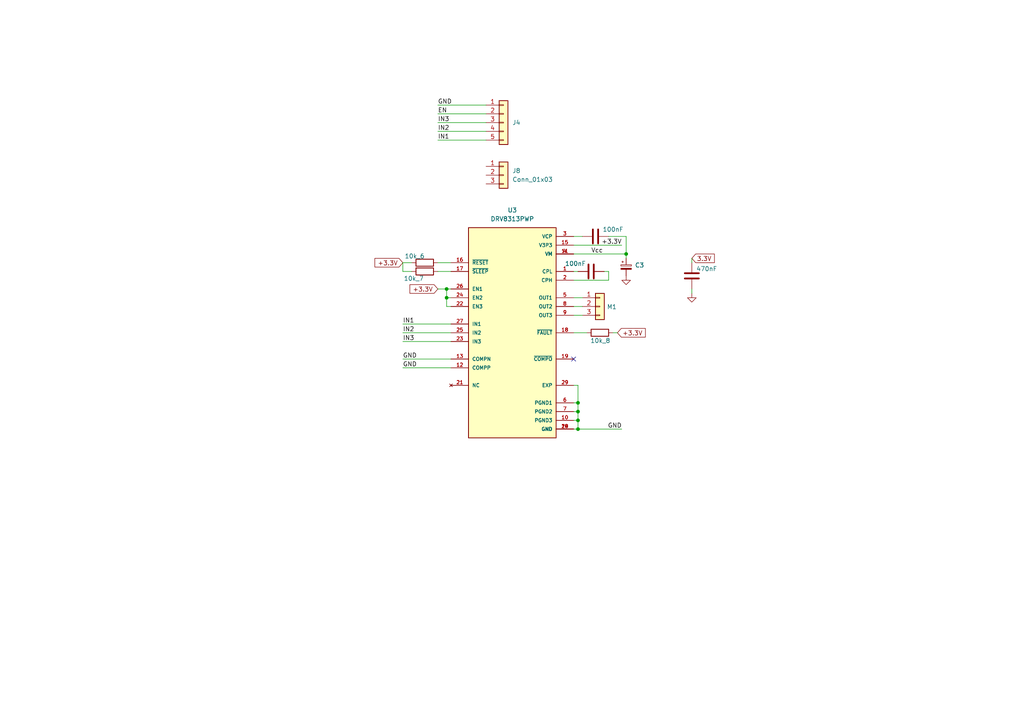
<source format=kicad_sch>
(kicad_sch (version 20231120) (generator "eeschema") (generator_version "8.0")
  (paper "A4")
  (lib_symbols
    (symbol "Connector_Generic:Conn_01x03" (pin_names (offset 1.016) hide)
      (property "Reference" "J" (at 0 5.08 0))
      (property "Value" "Conn_01x03" (at 0 -5.08 0))
      (symbol "Conn_01x03_1_1"
        (rectangle (start -1.27 -2.413) (end 0 -2.667) (stroke (width 0.1524)))
        (rectangle (start -1.27 0.127) (end 0 -0.127) (stroke (width 0.1524)))
        (rectangle (start -1.27 2.667) (end 0 2.413) (stroke (width 0.1524)))
        (rectangle (start -1.27 3.81) (end 1.27 -3.81) (stroke (width 0.254)) (fill (type background)))
        (pin passive line (at -5.08 2.54 0) (length 3.81) (name "Pin_1") (number "1"))
        (pin passive line (at -5.08 0 0) (length 3.81) (name "Pin_2") (number "2"))
        (pin passive line (at -5.08 -2.54 0) (length 3.81) (name "Pin_3") (number "3"))
      )
    )
    (symbol "Connector_Generic:Conn_01x05" (pin_names (offset 1.016) hide)
      (property "Reference" "J" (at 0 7.62 0))
      (property "Value" "Conn_01x05" (at 0 -7.62 0))
      (symbol "Conn_01x05_1_1"
        (rectangle (start -1.27 -4.953) (end 0 -5.207) (stroke (width 0.1524)))
        (rectangle (start -1.27 -2.413) (end 0 -2.667) (stroke (width 0.1524)))
        (rectangle (start -1.27 0.127) (end 0 -0.127) (stroke (width 0.1524)))
        (rectangle (start -1.27 2.667) (end 0 2.413) (stroke (width 0.1524)))
        (rectangle (start -1.27 5.207) (end 0 4.953) (stroke (width 0.1524)))
        (rectangle (start -1.27 6.35) (end 1.27 -6.35) (stroke (width 0.254)) (fill (type background)))
        (pin passive line (at -5.08 5.08 0) (length 3.81) (name "Pin_1") (number "1"))
        (pin passive line (at -5.08 2.54 0) (length 3.81) (name "Pin_2") (number "2"))
        (pin passive line (at -5.08 0 0) (length 3.81) (name "Pin_3") (number "3"))
        (pin passive line (at -5.08 -2.54 0) (length 3.81) (name "Pin_4") (number "4"))
        (pin passive line (at -5.08 -5.08 0) (length 3.81) (name "Pin_5") (number "5"))
      )
    )
    (symbol "DRV8313PWP:DRV8313PWP" (pin_names (offset 1.016))
      (property "Reference" "U" (at -12.7 31.48 0))
      (property "Value" "DRV8313PWP" (at -12.7 -33.02 0))
      (symbol "DRV8313PWP_0_0"
        (rectangle (start -12.7 -30.48) (end 12.7 30.48) (stroke (width 0.254)) (fill (type background)))
        (pin power_in line (at 17.78 17.78 180) (length 5.08) (name "CPL") (number "1"))
        (pin power_in line (at 17.78 -25.4 180) (length 5.08) (name "PGND3") (number "10"))
        (pin power_in line (at 17.78 22.86 180) (length 5.08) (name "VM") (number "11"))
        (pin input line (at -17.78 -10.16 0) (length 5.08) (name "COMPP") (number "12"))
        (pin input line (at -17.78 -7.62 0) (length 5.08) (name "COMPN") (number "13"))
        (pin power_in line (at 17.78 -27.94 180) (length 5.08) (name "GND") (number "14"))
        (pin power_in line (at 17.78 25.4 180) (length 5.08) (name "V3P3") (number "15"))
        (pin input line (at -17.78 20.32 0) (length 5.08) (name "~{RESET}") (number "16"))
        (pin input line (at -17.78 17.78 0) (length 5.08) (name "~{SLEEP}") (number "17"))
        (pin output line (at 17.78 0 180) (length 5.08) (name "~{FAULT}") (number "18"))
        (pin output line (at 17.78 -7.62 180) (length 5.08) (name "~{COMPO}") (number "19"))
        (pin power_in line (at 17.78 15.24 180) (length 5.08) (name "CPH") (number "2"))
        (pin power_in line (at 17.78 -27.94 180) (length 5.08) (name "GND") (number "20"))
        (pin no_connect line (at -17.78 -15.24 0) (length 5.08) (name "NC") (number "21"))
        (pin input line (at -17.78 7.62 0) (length 5.08) (name "EN3") (number "22"))
        (pin input line (at -17.78 -2.54 0) (length 5.08) (name "IN3") (number "23"))
        (pin input line (at -17.78 10.16 0) (length 5.08) (name "EN2") (number "24"))
        (pin input line (at -17.78 0 0) (length 5.08) (name "IN2") (number "25"))
        (pin input line (at -17.78 12.7 0) (length 5.08) (name "EN1") (number "26"))
        (pin input line (at -17.78 2.54 0) (length 5.08) (name "IN1") (number "27"))
        (pin power_in line (at 17.78 -27.94 180) (length 5.08) (name "GND") (number "28"))
        (pin power_in line (at 17.78 -15.24 180) (length 5.08) (name "EXP") (number "29"))
        (pin power_in line (at 17.78 27.94 180) (length 5.08) (name "VCP") (number "3"))
        (pin power_in line (at 17.78 22.86 180) (length 5.08) (name "VM") (number "4"))
        (pin output line (at 17.78 10.16 180) (length 5.08) (name "OUT1") (number "5"))
        (pin power_in line (at 17.78 -20.32 180) (length 5.08) (name "PGND1") (number "6"))
        (pin power_in line (at 17.78 -22.86 180) (length 5.08) (name "PGND2") (number "7"))
        (pin output line (at 17.78 7.62 180) (length 5.08) (name "OUT2") (number "8"))
        (pin output line (at 17.78 5.08 180) (length 5.08) (name "OUT3") (number "9"))
      )
    )
    (symbol "Device:C" (pin_numbers hide) (pin_names (offset 0.254))
      (property "Reference" "C" (at 0.635 2.54 0))
      (property "Value" "C" (at 0.635 -2.54 0))
      (symbol "C_0_1"
        (polyline (pts (xy -2.032 -0.762) (xy 2.032 -0.762)) (stroke (width 0.508)))
        (polyline (pts (xy -2.032 0.762) (xy 2.032 0.762)) (stroke (width 0.508)))
      )
      (symbol "C_1_1"
        (pin passive line (at 0 3.81 270) (length 2.794) (name "~") (number "1"))
        (pin passive line (at 0 -3.81 90) (length 2.794) (name "~") (number "2"))
      )
    )
    (symbol "Device:C_Polarized_Small" (pin_numbers hide) (pin_names (offset 0.254) hide)
      (property "Reference" "C" (at 0.254 1.778 0))
      (property "Value" "C_Polarized_Small" (at 0.254 -2.032 0))
      (symbol "C_Polarized_Small_0_1"
        (rectangle (start -1.524 -0.3048) (end 1.524 -0.6858) (fill (type outline)))
        (rectangle (start -1.524 0.6858) (end 1.524 0.3048))
        (polyline (pts (xy -1.27 1.524) (xy -0.762 1.524)))
        (polyline (pts (xy -1.016 1.27) (xy -1.016 1.778)))
      )
      (symbol "C_Polarized_Small_1_1"
        (pin passive line (at 0 2.54 270) (length 1.8542) (name "~") (number "1"))
        (pin passive line (at 0 -2.54 90) (length 1.8542) (name "~") (number "2"))
      )
    )
    (symbol "Device:R" (pin_numbers hide) (pin_names (offset 0))
      (property "Reference" "R" (at 2.032 0 90))
      (property "Value" "R" (at 0 0 90))
      (symbol "R_0_1"
        (rectangle (start -1.016 -2.54) (end 1.016 2.54) (stroke (width 0.254)))
      )
      (symbol "R_1_1"
        (pin passive line (at 0 3.81 270) (length 1.27) (name "~") (number "1"))
        (pin passive line (at 0 -3.81 90) (length 1.27) (name "~") (number "2"))
      )
    )
    (symbol "two_motor_driver-rescue:GND-power" (power) (pin_names (offset 0))
      (property "Value" "power_GND" (at 0 -3.81 0))
      (symbol "GND-power_0_1"
        (polyline (pts (xy 0 0) (xy 0 -1.27) (xy 1.27 -1.27) (xy 0 -2.54) (xy -1.27 -1.27) (xy 0 -1.27)))
      )
      (symbol "GND-power_1_1"
        (pin power_in line (at 0 0 270) (length 0) hide (name "GND") (number "1"))
      )
    )
  )
  (junction (at 167.64 116.84))
  (junction (at 167.64 119.38))
  (junction (at 167.64 124.46))
  (junction (at 129.54 86.36))
  (junction (at 181.61 73.66))
  (junction (at 167.64 121.92))
  (junction (at 129.54 83.82))
  (no_connect (at 166.37 104.14))
  (wire (pts (xy 116.84 93.98) (xy 130.81 93.98)))
  (wire (pts (xy 116.84 78.74) (xy 116.84 76.2)))
  (wire (pts (xy 129.54 83.82) (xy 129.54 86.36)))
  (wire (pts (xy 166.37 111.76) (xy 167.64 111.76)))
  (wire (pts (xy 167.64 121.92) (xy 167.64 124.46)))
  (wire (pts (xy 166.37 116.84) (xy 167.64 116.84)))
  (wire (pts (xy 127 33.02) (xy 140.97 33.02)))
  (wire (pts (xy 176.53 81.28) (xy 166.37 81.28)))
  (wire (pts (xy 129.54 86.36) (xy 130.81 86.36)))
  (wire (pts (xy 167.64 124.46) (xy 166.37 124.46)))
  (wire (pts (xy 180.34 124.46) (xy 167.64 124.46)))
  (wire (pts (xy 127 38.1) (xy 140.97 38.1)))
  (wire (pts (xy 175.26 78.74) (xy 176.53 78.74)))
  (wire (pts (xy 167.64 121.92) (xy 167.64 119.38)))
  (wire (pts (xy 167.64 111.76) (xy 167.64 116.84)))
  (wire (pts (xy 166.37 86.36) (xy 168.91 86.36)))
  (wire (pts (xy 167.64 116.84) (xy 167.64 119.38)))
  (wire (pts (xy 200.66 76.2) (xy 200.66 74.93)))
  (wire (pts (xy 166.37 78.74) (xy 167.64 78.74)))
  (wire (pts (xy 127 83.82) (xy 129.54 83.82)))
  (wire (pts (xy 116.84 96.52) (xy 130.81 96.52)))
  (wire (pts (xy 116.84 104.14) (xy 130.81 104.14)))
  (wire (pts (xy 119.38 78.74) (xy 116.84 78.74)))
  (wire (pts (xy 166.37 73.66) (xy 181.61 73.66)))
  (wire (pts (xy 181.61 68.58) (xy 181.61 73.66)))
  (wire (pts (xy 116.84 76.2) (xy 119.38 76.2)))
  (wire (pts (xy 166.37 91.44) (xy 168.91 91.44)))
  (wire (pts (xy 180.34 71.12) (xy 166.37 71.12)))
  (wire (pts (xy 176.53 78.74) (xy 176.53 81.28)))
  (wire (pts (xy 127 76.2) (xy 130.81 76.2)))
  (wire (pts (xy 166.37 68.58) (xy 168.91 68.58)))
  (wire (pts (xy 166.37 88.9) (xy 168.91 88.9)))
  (wire (pts (xy 167.64 119.38) (xy 166.37 119.38)))
  (wire (pts (xy 170.18 96.52) (xy 166.37 96.52)))
  (wire (pts (xy 127 35.56) (xy 140.97 35.56)))
  (wire (pts (xy 176.53 68.58) (xy 181.61 68.58)))
  (wire (pts (xy 127 30.48) (xy 140.97 30.48)))
  (wire (pts (xy 177.8 96.52) (xy 179.07 96.52)))
  (wire (pts (xy 127 78.74) (xy 130.81 78.74)))
  (wire (pts (xy 200.66 85.09) (xy 200.66 83.82)))
  (wire (pts (xy 130.81 88.9) (xy 129.54 88.9)))
  (wire (pts (xy 129.54 88.9) (xy 129.54 86.36)))
  (wire (pts (xy 181.61 73.66) (xy 181.61 74.93)))
  (wire (pts (xy 127 40.64) (xy 140.97 40.64)))
  (wire (pts (xy 166.37 121.92) (xy 167.64 121.92)))
  (wire (pts (xy 116.84 106.68) (xy 130.81 106.68)))
  (wire (pts (xy 130.81 83.82) (xy 129.54 83.82)))
  (wire (pts (xy 116.84 99.06) (xy 130.81 99.06)))
  (label "+3.3V" (at 180.34 71.12 180))
  (label "IN2" (at 116.84 96.52 0))
  (label "GND" (at 180.34 124.46 180))
  (label "IN1" (at 116.84 93.98 0))
  (label "EN" (at 127 33.02 0))
  (label "Vcc" (at 171.45 73.66 0))
  (label "GND" (at 127 30.48 0))
  (label "GND" (at 116.84 106.68 0))
  (label "IN1" (at 127 40.64 0))
  (label "IN3" (at 116.84 99.06 0))
  (label "GND" (at 116.84 104.14 0))
  (label "IN3" (at 127 35.56 0))
  (label "IN2" (at 127 38.1 0))
  (global_label "+3.3V" (shape input) (at 116.84 76.2 180) (property "Intersheetrefs" "${INTERSHEET_REFS}" (effects (hide yes))))
  (global_label "+3.3V" (shape input) (at 179.07 96.52 0) (property "Intersheetrefs" "${INTERSHEET_REFS}" (effects (hide yes))))
  (global_label "3.3V" (shape input) (at 200.66 74.93 0) (property "Intersheetrefs" "${INTERSHEET_REFS}" (effects (hide yes))))
  (global_label "+3.3V" (shape input) (at 127 83.82 180) (property "Intersheetrefs" "${INTERSHEET_REFS}" (effects (hide yes))))
  (symbol (lib_id "DRV8313PWP:DRV8313PWP") (at 148.59 96.52 0) (unit 1)
    (property "Reference" "U3" (at 148.59 60.96 0))
    (property "Value" "DRV8313PWP" (at 148.59 63.5 0))
    (property "Footprint" "DRV8313PWP:SOP65P640X120-29N" (effects (hide yes)))
    (property "MF" "Texas Instruments" (effects (hide yes)))
    (property "SNAPEDA_PACKAGE_ID" "102627" (effects (hide yes)))
    (property "Package" "HTSSOP-28 Texas Instruments" (effects (hide yes)))
    (property "Price" "None" (effects (hide yes)))
    (property "Check_prices" "https://www.snapeda.com/parts/DRV8313PWP/Texas+Instruments/view-part/?ref=eda" (effects (hide yes)))
    (property "STANDARD" "Manufacturer Recommendations" (effects (hide yes)))
    (property "PARTREV" "D" (effects (hide yes)))
    (property "SnapEDA_Link" "https://www.snapeda.com/parts/DRV8313PWP/Texas+Instruments/view-part/?ref=snap" (effects (hide yes)))
    (property "MP" "DRV8313PWP" (effects (hide yes)))
    (property "Description_1" "\n                        \n                            65-V max 3-A peak 3-phase motor driver with integrated FETs\n                        \n" (effects (hide yes)))
    (property "MANUFACTURER" "Texas Instruments" (effects (hide yes)))
    (property "Availability" "In Stock" (effects (hide yes)))
    (property "MAXIMUM_PACKAGE_HEIGHT" "1.2 mm" (effects (hide yes)))
  )
  (symbol (lib_id "Device:C") (at 200.66 80.01 180) (unit 1)
    (property "Reference" "C6" (effects (hide yes)))
    (property "Value" "470nF" (at 208.026 77.978 0) (effects (justify left)))
    (property "Footprint" "Capacitor_SMD:C_0805_2012Metric" (effects (hide yes)))
    (property "Datasheet" "https://www.mouser.com/ProductDetail/TDK/C2012X7R2A104K125AA?qs=NRhsANhppD9J0ZsT2%2Fo%2F7Q%3D%3D" (effects (hide yes)))
    (property "P/N" "810-C2012X7R2A104K" (effects (hide yes)))
    (property "Group#" "5" (effects (hide yes)))
  )
  (symbol (lib_id "Device:C") (at 172.72 68.58 90) (unit 1)
    (property "Reference" "C5" (effects (hide yes)))
    (property "Value" "100nF" (at 180.848 66.548 90) (effects (justify left)))
    (property "Footprint" "Capacitor_SMD:C_0805_2012Metric" (effects (hide yes)))
    (property "Datasheet" "https://www.mouser.com/ProductDetail/TDK/C2012X7R2A104K125AA?qs=NRhsANhppD9J0ZsT2%2Fo%2F7Q%3D%3D" (effects (hide yes)))
    (property "P/N" "810-C2012X7R2A104K" (effects (hide yes)))
    (property "Group#" "5" (effects (hide yes)))
  )
  (symbol (lib_id "Connector_Generic:Conn_01x05") (at 146.05 35.56 0) (unit 1)
    (property "Reference" "J4" (at 148.59 35.5599 0) (effects (justify left)))
    (property "Value" "Conn_01x05" (effects (hide yes)))
    (property "Description" "Generic connector, single row, 01x05, script generated (kicad-library-utils/schlib/autogen/connector/)" (effects (hide yes)))
  )
  (symbol (lib_id "two_motor_driver-rescue:GND-power") (at 181.61 80.01 0) (mirror y) (unit 1)
    (property "Reference" "#PWR05" (effects (hide yes)))
    (property "Value" "GND" (effects (hide yes)))
  )
  (symbol (lib_id "Device:C") (at 171.45 78.74 90) (unit 1)
    (property "Reference" "C4" (effects (hide yes)))
    (property "Value" "100nF" (at 169.926 76.454 90) (effects (justify left)))
    (property "Footprint" "Capacitor_SMD:C_0805_2012Metric" (effects (hide yes)))
    (property "Datasheet" "https://www.mouser.com/ProductDetail/TDK/C2012X7R2A104K125AA?qs=NRhsANhppD9J0ZsT2%2Fo%2F7Q%3D%3D" (effects (hide yes)))
    (property "P/N" "810-C2012X7R2A104K" (effects (hide yes)))
    (property "Group#" "5" (effects (hide yes)))
  )
  (symbol (lib_id "Device:R") (at 123.19 78.74 90) (unit 1)
    (property "Reference" "10k_7" (at 122.936 80.772 90) (effects (justify left)))
    (property "Value" "10k" (effects (hide yes)))
    (property "Footprint" "Resistor_SMD:R_0805_2012Metric" (effects (hide yes)))
    (property "Datasheet" "https://www.mouser.com/ProductDetail/ROHM-Semiconductor/ESR10EZPF1002?qs=DyUWGjl%252BcVujU2u8up15oQ%3D%3D" (effects (hide yes)))
    (property "P/N" "755-ESR10EZPF5102" (effects (hide yes)))
    (property "Group#" "11" (effects (hide yes)))
  )
  (symbol (lib_id "Connector_Generic:Conn_01x03") (at 173.99 88.9 0) (unit 1)
    (property "Reference" "M1" (at 176.022 89.0016 0) (effects (justify left)))
    (property "Value" "Conn_01x03" (effects (hide yes)))
    (property "Footprint" "Connector_PinHeader_2.54mm:PinHeader_1x03_P2.54mm_Vertical" (effects (hide yes)))
  )
  (symbol (lib_id "Device:R") (at 173.99 96.52 270) (unit 1)
    (property "Reference" "10k_8" (at 171.196 98.806 90) (effects (justify left)))
    (property "Value" "10k" (effects (hide yes)))
    (property "Footprint" "Resistor_SMD:R_0603_1608Metric" (effects (hide yes)))
    (property "Datasheet" "https://www.mouser.com/ProductDetail/ROHM-Semiconductor/ESR10EZPF1002?qs=DyUWGjl%252BcVujU2u8up15oQ%3D%3D" (effects (hide yes)))
    (property "P/N" "755-ESR10EZPF5102" (effects (hide yes)))
    (property "Group#" "11" (effects (hide yes)))
  )
  (symbol (lib_id "Device:R") (at 123.19 76.2 90) (unit 1)
    (property "Reference" "10k_6" (at 123.19 74.295 90) (effects (justify left)))
    (property "Value" "10k" (effects (hide yes)))
    (property "Footprint" "Resistor_SMD:R_0805_2012Metric" (effects (hide yes)))
    (property "Datasheet" "https://www.mouser.com/ProductDetail/ROHM-Semiconductor/ESR10EZPF1002?qs=DyUWGjl%252BcVujU2u8up15oQ%3D%3D" (effects (hide yes)))
    (property "P/N" "755-ESR10EZPF5102" (effects (hide yes)))
    (property "Group#" "11" (effects (hide yes)))
  )
  (symbol (lib_id "two_motor_driver-rescue:GND-power") (at 200.66 85.09 0) (mirror y) (unit 1)
    (property "Reference" "#PWR06" (effects (hide yes)))
    (property "Value" "GND" (effects (hide yes)))
  )
  (symbol (lib_id "Connector_Generic:Conn_01x03") (at 146.05 50.8 0) (unit 1)
    (property "Reference" "J8" (at 148.59 49.5299 0) (effects (justify left)))
    (property "Value" "Conn_01x03" (at 148.59 52.0699 0) (effects (justify left)))
    (property "Description" "Generic connector, single row, 01x03, script generated (kicad-library-utils/schlib/autogen/connector/)" (effects (hide yes)))
  )
  (symbol (lib_id "Device:C_Polarized_Small") (at 181.61 77.47 0) (unit 1)
    (property "Reference" "C3" (at 184.15 76.9238 0) (effects (justify left)))
    (property "Value" "C_Polarized_Small" (effects (hide yes)))
    (property "Description" "Polarized capacitor, small symbol" (effects (hide yes)))
  )
)
</source>
